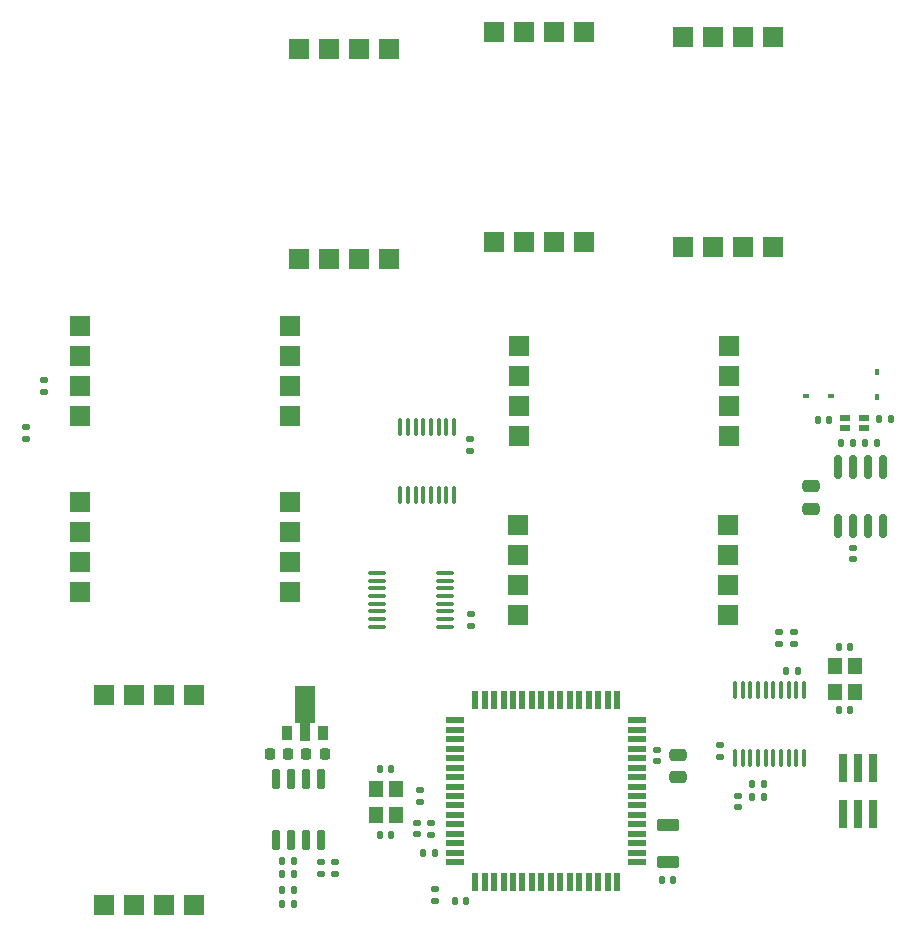
<source format=gbr>
%TF.GenerationSoftware,KiCad,Pcbnew,(6.0.0-rc1-155-g08cb573e11)*%
%TF.CreationDate,2021-12-21T18:41:38+09:00*%
%TF.ProjectId,ykts-payload,796b7473-2d70-4617-996c-6f61642e6b69,A1*%
%TF.SameCoordinates,Original*%
%TF.FileFunction,Paste,Bot*%
%TF.FilePolarity,Positive*%
%FSLAX46Y46*%
G04 Gerber Fmt 4.6, Leading zero omitted, Abs format (unit mm)*
G04 Created by KiCad (PCBNEW (6.0.0-rc1-155-g08cb573e11)) date 2021-12-21 18:41:38*
%MOMM*%
%LPD*%
G01*
G04 APERTURE LIST*
G04 Aperture macros list*
%AMRoundRect*
0 Rectangle with rounded corners*
0 $1 Rounding radius*
0 $2 $3 $4 $5 $6 $7 $8 $9 X,Y pos of 4 corners*
0 Add a 4 corners polygon primitive as box body*
4,1,4,$2,$3,$4,$5,$6,$7,$8,$9,$2,$3,0*
0 Add four circle primitives for the rounded corners*
1,1,$1+$1,$2,$3*
1,1,$1+$1,$4,$5*
1,1,$1+$1,$6,$7*
1,1,$1+$1,$8,$9*
0 Add four rect primitives between the rounded corners*
20,1,$1+$1,$2,$3,$4,$5,0*
20,1,$1+$1,$4,$5,$6,$7,0*
20,1,$1+$1,$6,$7,$8,$9,0*
20,1,$1+$1,$8,$9,$2,$3,0*%
%AMFreePoly0*
4,1,9,3.862500,-0.866500,0.737500,-0.866500,0.737500,-0.450000,-0.737500,-0.450000,-0.737500,0.450000,0.737500,0.450000,0.737500,0.866500,3.862500,0.866500,3.862500,-0.866500,3.862500,-0.866500,$1*%
G04 Aperture macros list end*
%ADD10RoundRect,0.135000X0.185000X-0.135000X0.185000X0.135000X-0.185000X0.135000X-0.185000X-0.135000X0*%
%ADD11RoundRect,0.140000X0.140000X0.170000X-0.140000X0.170000X-0.140000X-0.170000X0.140000X-0.170000X0*%
%ADD12RoundRect,0.025500X0.354500X-0.229500X0.354500X0.229500X-0.354500X0.229500X-0.354500X-0.229500X0*%
%ADD13RoundRect,0.100000X-0.100000X0.637500X-0.100000X-0.637500X0.100000X-0.637500X0.100000X0.637500X0*%
%ADD14RoundRect,0.140000X-0.140000X-0.170000X0.140000X-0.170000X0.140000X0.170000X-0.140000X0.170000X0*%
%ADD15R,1.200000X1.400000*%
%ADD16RoundRect,0.135000X0.135000X0.185000X-0.135000X0.185000X-0.135000X-0.185000X0.135000X-0.185000X0*%
%ADD17R,1.700000X1.700000*%
%ADD18RoundRect,0.135000X-0.185000X0.135000X-0.185000X-0.135000X0.185000X-0.135000X0.185000X0.135000X0*%
%ADD19RoundRect,0.100000X0.637500X0.100000X-0.637500X0.100000X-0.637500X-0.100000X0.637500X-0.100000X0*%
%ADD20RoundRect,0.140000X-0.170000X0.140000X-0.170000X-0.140000X0.170000X-0.140000X0.170000X0.140000X0*%
%ADD21RoundRect,0.250000X-0.700000X0.275000X-0.700000X-0.275000X0.700000X-0.275000X0.700000X0.275000X0*%
%ADD22R,0.550000X1.500000*%
%ADD23R,1.500000X0.550000*%
%ADD24RoundRect,0.225000X-0.225000X-0.250000X0.225000X-0.250000X0.225000X0.250000X-0.225000X0.250000X0*%
%ADD25RoundRect,0.135000X-0.135000X-0.185000X0.135000X-0.185000X0.135000X0.185000X-0.135000X0.185000X0*%
%ADD26RoundRect,0.147500X-0.147500X-0.172500X0.147500X-0.172500X0.147500X0.172500X-0.147500X0.172500X0*%
%ADD27R,0.900000X1.300000*%
%ADD28FreePoly0,90.000000*%
%ADD29RoundRect,0.150000X0.150000X-0.725000X0.150000X0.725000X-0.150000X0.725000X-0.150000X-0.725000X0*%
%ADD30R,0.450000X0.600000*%
%ADD31RoundRect,0.225000X0.225000X0.250000X-0.225000X0.250000X-0.225000X-0.250000X0.225000X-0.250000X0*%
%ADD32RoundRect,0.150000X0.150000X-0.825000X0.150000X0.825000X-0.150000X0.825000X-0.150000X-0.825000X0*%
%ADD33RoundRect,0.140000X0.170000X-0.140000X0.170000X0.140000X-0.170000X0.140000X-0.170000X-0.140000X0*%
%ADD34RoundRect,0.250000X-0.475000X0.250000X-0.475000X-0.250000X0.475000X-0.250000X0.475000X0.250000X0*%
%ADD35R,0.600000X0.450000*%
%ADD36R,0.740000X2.400000*%
G04 APERTURE END LIST*
D10*
%TO.C,R39*%
X121437400Y-140083000D03*
X121437400Y-139063000D03*
%TD*%
D11*
%TO.C,CH4*%
X163294000Y-101671000D03*
X162334000Y-101671000D03*
%TD*%
D12*
%TO.C,FL2*%
X166260000Y-102360000D03*
X164590000Y-102360000D03*
X164590000Y-101490000D03*
X166260000Y-101490000D03*
%TD*%
D13*
%TO.C,U16*%
X126985600Y-102293500D03*
X127635600Y-102293500D03*
X128285600Y-102293500D03*
X128935600Y-102293500D03*
X129585600Y-102293500D03*
X130235600Y-102293500D03*
X130885600Y-102293500D03*
X131535600Y-102293500D03*
X131535600Y-108018500D03*
X130885600Y-108018500D03*
X130235600Y-108018500D03*
X129585600Y-108018500D03*
X128935600Y-108018500D03*
X128285600Y-108018500D03*
X127635600Y-108018500D03*
X126985600Y-108018500D03*
%TD*%
D10*
%TO.C,R25*%
X159004000Y-120652000D03*
X159004000Y-119632000D03*
%TD*%
D14*
%TO.C,C26*%
X164112000Y-126238000D03*
X165072000Y-126238000D03*
%TD*%
D15*
%TO.C,Y3*%
X126580000Y-132885000D03*
X126580000Y-135085000D03*
X124880000Y-135085000D03*
X124880000Y-132885000D03*
%TD*%
D16*
%TO.C,R46*%
X160657000Y-122936000D03*
X159637000Y-122936000D03*
%TD*%
D10*
%TO.C,R31*%
X129540000Y-136781000D03*
X129540000Y-135761000D03*
%TD*%
D17*
%TO.C,N12*%
X137033000Y-95402400D03*
X137033000Y-97942400D03*
X137033000Y-100482400D03*
X137033000Y-103022400D03*
X154813000Y-95402400D03*
X154813000Y-97942400D03*
X154813000Y-100482400D03*
X154813000Y-103022400D03*
%TD*%
D16*
%TO.C,R38*%
X117947900Y-140143500D03*
X116927900Y-140143500D03*
%TD*%
D18*
%TO.C,R42*%
X120294400Y-139063000D03*
X120294400Y-140083000D03*
%TD*%
D19*
%TO.C,U15*%
X130751500Y-114615800D03*
X130751500Y-115265800D03*
X130751500Y-115915800D03*
X130751500Y-116565800D03*
X130751500Y-117215800D03*
X130751500Y-117865800D03*
X130751500Y-118515800D03*
X130751500Y-119165800D03*
X125026500Y-119165800D03*
X125026500Y-118515800D03*
X125026500Y-117865800D03*
X125026500Y-117215800D03*
X125026500Y-116565800D03*
X125026500Y-115915800D03*
X125026500Y-115265800D03*
X125026500Y-114615800D03*
%TD*%
D20*
%TO.C,C18*%
X128397000Y-135791000D03*
X128397000Y-136751000D03*
%TD*%
%TO.C,C29*%
X155575000Y-133505000D03*
X155575000Y-134465000D03*
%TD*%
D21*
%TO.C,L2*%
X149606000Y-135966000D03*
X149606000Y-139116000D03*
%TD*%
D16*
%TO.C,R37*%
X117945900Y-142620000D03*
X116925900Y-142620000D03*
%TD*%
D14*
%TO.C,CH3*%
X166342000Y-103576000D03*
X167302000Y-103576000D03*
%TD*%
D17*
%TO.C,N13*%
X118364000Y-88011000D03*
X120904000Y-88011000D03*
X123444000Y-88011000D03*
X125984000Y-88011000D03*
X118364000Y-70231000D03*
X120904000Y-70231000D03*
X123444000Y-70231000D03*
X125984000Y-70231000D03*
%TD*%
D18*
%TO.C,R36*%
X129921000Y-141349000D03*
X129921000Y-142369000D03*
%TD*%
D17*
%TO.C,N10*%
X109550200Y-124917200D03*
X107010200Y-124917200D03*
X104470200Y-124917200D03*
X101930200Y-124917200D03*
X109550200Y-142697200D03*
X107010200Y-142697200D03*
X104470200Y-142697200D03*
X101930200Y-142697200D03*
%TD*%
D16*
%TO.C,R48*%
X157736000Y-133604000D03*
X156716000Y-133604000D03*
%TD*%
D11*
%TO.C,C25*%
X165072000Y-120904000D03*
X164112000Y-120904000D03*
%TD*%
D22*
%TO.C,U9*%
X145319000Y-140796000D03*
X144519000Y-140796000D03*
X143719000Y-140796000D03*
X142919000Y-140796000D03*
X142119000Y-140796000D03*
X141319000Y-140796000D03*
X140519000Y-140796000D03*
X139719000Y-140796000D03*
X138919000Y-140796000D03*
X138119000Y-140796000D03*
X137319000Y-140796000D03*
X136519000Y-140796000D03*
X135719000Y-140796000D03*
X134919000Y-140796000D03*
X134119000Y-140796000D03*
X133319000Y-140796000D03*
D23*
X131619000Y-139096000D03*
X131619000Y-138296000D03*
X131619000Y-137496000D03*
X131619000Y-136696000D03*
X131619000Y-135896000D03*
X131619000Y-135096000D03*
X131619000Y-134296000D03*
X131619000Y-133496000D03*
X131619000Y-132696000D03*
X131619000Y-131896000D03*
X131619000Y-131096000D03*
X131619000Y-130296000D03*
X131619000Y-129496000D03*
X131619000Y-128696000D03*
X131619000Y-127896000D03*
X131619000Y-127096000D03*
D22*
X133319000Y-125396000D03*
X134119000Y-125396000D03*
X134919000Y-125396000D03*
X135719000Y-125396000D03*
X136519000Y-125396000D03*
X137319000Y-125396000D03*
X138119000Y-125396000D03*
X138919000Y-125396000D03*
X139719000Y-125396000D03*
X140519000Y-125396000D03*
X141319000Y-125396000D03*
X142119000Y-125396000D03*
X142919000Y-125396000D03*
X143719000Y-125396000D03*
X144519000Y-125396000D03*
X145319000Y-125396000D03*
D23*
X147019000Y-127096000D03*
X147019000Y-127896000D03*
X147019000Y-128696000D03*
X147019000Y-129496000D03*
X147019000Y-130296000D03*
X147019000Y-131096000D03*
X147019000Y-131896000D03*
X147019000Y-132696000D03*
X147019000Y-133496000D03*
X147019000Y-134296000D03*
X147019000Y-135096000D03*
X147019000Y-135896000D03*
X147019000Y-136696000D03*
X147019000Y-137496000D03*
X147019000Y-138296000D03*
X147019000Y-139096000D03*
%TD*%
D24*
%TO.C,C23*%
X119011400Y-129983500D03*
X120561400Y-129983500D03*
%TD*%
D25*
%TO.C,R47*%
X156716000Y-132461000D03*
X157736000Y-132461000D03*
%TD*%
D10*
%TO.C,R35*%
X95250000Y-103253000D03*
X95250000Y-102233000D03*
%TD*%
D18*
%TO.C,R32*%
X128651000Y-132967000D03*
X128651000Y-133987000D03*
%TD*%
D13*
%TO.C,U13*%
X155317000Y-124518500D03*
X155967000Y-124518500D03*
X156617000Y-124518500D03*
X157267000Y-124518500D03*
X157917000Y-124518500D03*
X158567000Y-124518500D03*
X159217000Y-124518500D03*
X159867000Y-124518500D03*
X160517000Y-124518500D03*
X161167000Y-124518500D03*
X161167000Y-130243500D03*
X160517000Y-130243500D03*
X159867000Y-130243500D03*
X159217000Y-130243500D03*
X158567000Y-130243500D03*
X157917000Y-130243500D03*
X157267000Y-130243500D03*
X156617000Y-130243500D03*
X155967000Y-130243500D03*
X155317000Y-130243500D03*
%TD*%
D26*
%TO.C,D6*%
X131595000Y-142367000D03*
X132565000Y-142367000D03*
%TD*%
D17*
%TO.C,N9*%
X117678200Y-101346000D03*
X117678200Y-98806000D03*
X117678200Y-96266000D03*
X117678200Y-93726000D03*
X99898200Y-101346000D03*
X99898200Y-98806000D03*
X99898200Y-96266000D03*
X99898200Y-93726000D03*
%TD*%
D18*
%TO.C,R43*%
X160274000Y-119632000D03*
X160274000Y-120652000D03*
%TD*%
D11*
%TO.C,CL3*%
X165270000Y-103576000D03*
X164310000Y-103576000D03*
%TD*%
D14*
%TO.C,CL4*%
X167541000Y-101544000D03*
X168501000Y-101544000D03*
%TD*%
D27*
%TO.C,U10*%
X120397400Y-128142000D03*
D28*
X118897400Y-128054500D03*
D27*
X117397400Y-128142000D03*
%TD*%
D29*
%TO.C,U11*%
X120294400Y-137230000D03*
X119024400Y-137230000D03*
X117754400Y-137230000D03*
X116484400Y-137230000D03*
X116484400Y-132080000D03*
X117754400Y-132080000D03*
X119024400Y-132080000D03*
X120294400Y-132080000D03*
%TD*%
D14*
%TO.C,C17*%
X125250000Y-136779000D03*
X126210000Y-136779000D03*
%TD*%
D30*
%TO.C,D9*%
X167309800Y-99703600D03*
X167309800Y-97603600D03*
%TD*%
D25*
%TO.C,R41*%
X116927900Y-139000500D03*
X117947900Y-139000500D03*
%TD*%
D17*
%TO.C,N11*%
X136982200Y-110540800D03*
X136982200Y-113080800D03*
X136982200Y-115620800D03*
X136982200Y-118160800D03*
X154762200Y-110540800D03*
X154762200Y-113080800D03*
X154762200Y-115620800D03*
X154762200Y-118160800D03*
%TD*%
D31*
%TO.C,C22*%
X117450900Y-129983500D03*
X115900900Y-129983500D03*
%TD*%
D17*
%TO.C,N14*%
X150876000Y-86995000D03*
X153416000Y-86995000D03*
X155956000Y-86995000D03*
X158496000Y-86995000D03*
X150876000Y-69215000D03*
X153416000Y-69215000D03*
X155956000Y-69215000D03*
X158496000Y-69215000D03*
%TD*%
D20*
%TO.C,C30*%
X165298000Y-112494000D03*
X165298000Y-113454000D03*
%TD*%
D14*
%TO.C,C20*%
X149126000Y-140589000D03*
X150086000Y-140589000D03*
%TD*%
D10*
%TO.C,R49*%
X132969000Y-119128000D03*
X132969000Y-118108000D03*
%TD*%
D17*
%TO.C,N15*%
X117627400Y-116230400D03*
X117627400Y-113690400D03*
X117627400Y-111150400D03*
X117627400Y-108610400D03*
X99847400Y-116230400D03*
X99847400Y-113690400D03*
X99847400Y-111150400D03*
X99847400Y-108610400D03*
%TD*%
D32*
%TO.C,U14*%
X167838000Y-110623000D03*
X166568000Y-110623000D03*
X165298000Y-110623000D03*
X164028000Y-110623000D03*
X164028000Y-105673000D03*
X165298000Y-105673000D03*
X166568000Y-105673000D03*
X167838000Y-105673000D03*
%TD*%
D33*
%TO.C,C27*%
X154051000Y-130175000D03*
X154051000Y-129215000D03*
%TD*%
D15*
%TO.C,Y4*%
X163742000Y-124671000D03*
X163742000Y-122471000D03*
X165442000Y-122471000D03*
X165442000Y-124671000D03*
%TD*%
D18*
%TO.C,R34*%
X96774000Y-98296000D03*
X96774000Y-99316000D03*
%TD*%
D16*
%TO.C,R33*%
X129923000Y-138303000D03*
X128903000Y-138303000D03*
%TD*%
D34*
%TO.C,C28*%
X161742000Y-107278000D03*
X161742000Y-109178000D03*
%TD*%
D18*
%TO.C,R50*%
X132842000Y-103249000D03*
X132842000Y-104269000D03*
%TD*%
D11*
%TO.C,C16*%
X126210000Y-131191000D03*
X125250000Y-131191000D03*
%TD*%
D20*
%TO.C,C19*%
X148717000Y-129568000D03*
X148717000Y-130528000D03*
%TD*%
D34*
%TO.C,C21*%
X150495000Y-129987000D03*
X150495000Y-131887000D03*
%TD*%
D25*
%TO.C,R40*%
X116925900Y-141477000D03*
X117945900Y-141477000D03*
%TD*%
D17*
%TO.C,N16*%
X134874000Y-86614000D03*
X137414000Y-86614000D03*
X139954000Y-86614000D03*
X142494000Y-86614000D03*
X134874000Y-68834000D03*
X137414000Y-68834000D03*
X139954000Y-68834000D03*
X142494000Y-68834000D03*
%TD*%
D35*
%TO.C,D8*%
X163427000Y-99639000D03*
X161327000Y-99639000D03*
%TD*%
D36*
%TO.C,J8*%
X164465000Y-131146000D03*
X164465000Y-135046000D03*
X165735000Y-131146000D03*
X165735000Y-135046000D03*
X167005000Y-131146000D03*
X167005000Y-135046000D03*
%TD*%
M02*

</source>
